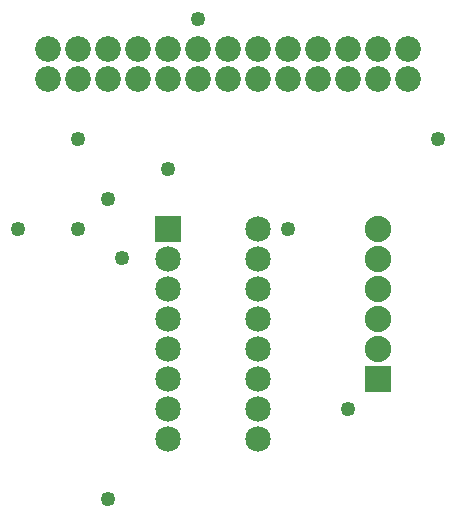
<source format=gts>
G04 MADE WITH FRITZING*
G04 WWW.FRITZING.ORG*
G04 DOUBLE SIDED*
G04 HOLES PLATED*
G04 CONTOUR ON CENTER OF CONTOUR VECTOR*
%ASAXBY*%
%FSLAX23Y23*%
%MOIN*%
%OFA0B0*%
%SFA1.0B1.0*%
%ADD10C,0.049370*%
%ADD11C,0.085722*%
%ADD12C,0.085695*%
%ADD13C,0.088000*%
%ADD14C,0.085000*%
%ADD15R,0.088000X0.088000*%
%ADD16R,0.085000X0.085000*%
%LNMASK1*%
G90*
G70*
G54D10*
X235Y1259D03*
X635Y1659D03*
X35Y959D03*
X1435Y1259D03*
X335Y59D03*
X1135Y359D03*
X935Y959D03*
X235Y959D03*
X535Y1159D03*
X335Y1059D03*
X380Y862D03*
G54D11*
X135Y1559D03*
G54D12*
X235Y1559D03*
X335Y1559D03*
X435Y1559D03*
X535Y1559D03*
G54D11*
X635Y1559D03*
X735Y1559D03*
G54D12*
X835Y1559D03*
X935Y1559D03*
X1035Y1559D03*
X1135Y1559D03*
G54D11*
X1235Y1559D03*
G54D12*
X1335Y1559D03*
G54D11*
X135Y1459D03*
X234Y1459D03*
G54D12*
X335Y1459D03*
X435Y1459D03*
X535Y1459D03*
G54D11*
X635Y1459D03*
G54D12*
X735Y1459D03*
X835Y1459D03*
X935Y1459D03*
X1035Y1459D03*
X1135Y1459D03*
G54D11*
X1235Y1459D03*
G54D12*
X1335Y1459D03*
G54D13*
X1235Y459D03*
X1235Y559D03*
X1235Y659D03*
X1235Y759D03*
X1235Y859D03*
X1235Y959D03*
G54D14*
X535Y959D03*
X835Y959D03*
X535Y859D03*
X835Y859D03*
X535Y759D03*
X835Y759D03*
X535Y659D03*
X835Y659D03*
X535Y559D03*
X835Y559D03*
X535Y459D03*
X835Y459D03*
X535Y359D03*
X835Y359D03*
X535Y259D03*
X835Y259D03*
G54D15*
X1235Y459D03*
G54D16*
X535Y959D03*
G04 End of Mask1*
M02*
</source>
